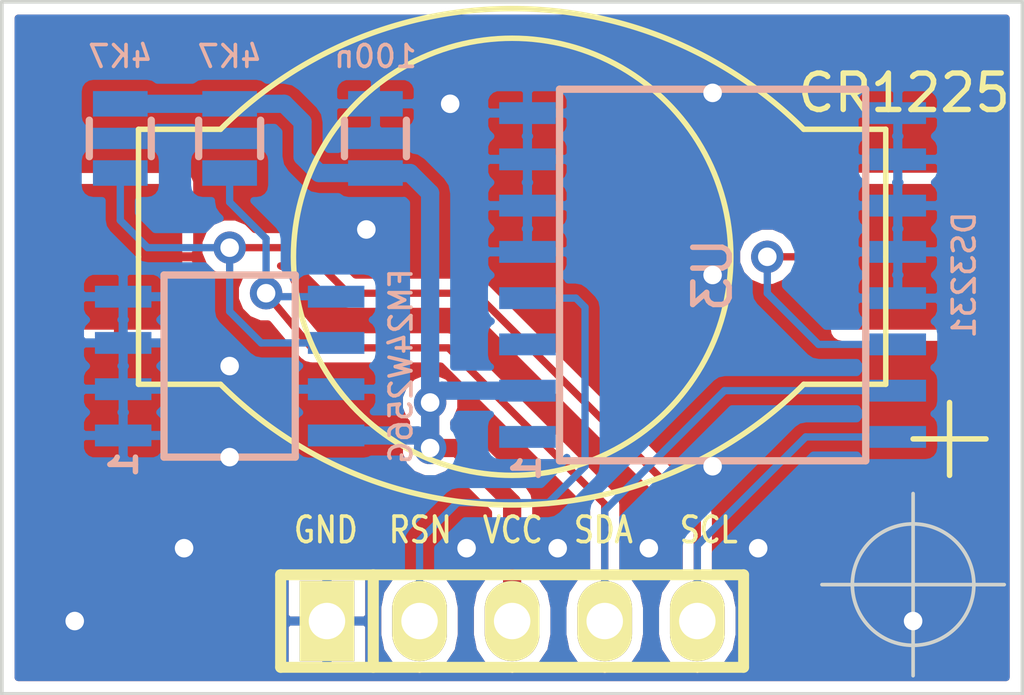
<source format=kicad_pcb>
(kicad_pcb (version 4) (host pcbnew 4.0.7-e1-6374~58~ubuntu14.04.1)

  (general
    (links 29)
    (no_connects 0)
    (area 45.949999 69.411291 74.050001 88.550001)
    (thickness 1.6)
    (drawings 6)
    (tracks 116)
    (zones 0)
    (modules 7)
    (nets 9)
  )

  (page A4)
  (title_block
    (title "RTC and FRAm")
    (date 2017-07-29)
    (rev 1)
    (comment 1 "Copyright © 2017 R Kilvington (eclrpk @ leeds.ac.uk)")
  )

  (layers
    (0 F.Cu signal)
    (31 B.Cu signal hide)
    (36 B.SilkS user)
    (37 F.SilkS user)
    (38 B.Mask user hide)
    (39 F.Mask user hide)
    (40 Dwgs.User user hide)
    (41 Cmts.User user hide)
    (44 Edge.Cuts user)
    (46 B.CrtYd user)
    (47 F.CrtYd user hide)
  )

  (setup
    (last_trace_width 0.2)
    (user_trace_width 0.299)
    (user_trace_width 0.4)
    (user_trace_width 0.5)
    (user_trace_width 0.6)
    (user_trace_width 0.7)
    (user_trace_width 0.8)
    (user_trace_width 0.9)
    (user_trace_width 1)
    (trace_clearance 0.2)
    (zone_clearance 0.3)
    (zone_45_only yes)
    (trace_min 0.2)
    (segment_width 0.2)
    (edge_width 0.1)
    (via_size 0.889)
    (via_drill 0.508)
    (via_min_size 0.889)
    (via_min_drill 0.508)
    (uvia_size 0.508)
    (uvia_drill 0.127)
    (uvias_allowed no)
    (uvia_min_size 0.508)
    (uvia_min_drill 0.127)
    (pcb_text_width 0.3)
    (pcb_text_size 0.8 0.8)
    (mod_edge_width 0.15)
    (mod_text_size 0.8 0.8)
    (mod_text_width 0.15)
    (pad_size 1.7272 1.7272)
    (pad_drill 1.016)
    (pad_to_mask_clearance 0.1)
    (solder_mask_min_width 0.1)
    (aux_axis_origin 60 86.5)
    (grid_origin 46 88.5)
    (visible_elements 7FFDFFFF)
    (pcbplotparams
      (layerselection 0x010f0_80000001)
      (usegerberextensions true)
      (excludeedgelayer true)
      (linewidth 0.100000)
      (plotframeref false)
      (viasonmask false)
      (mode 1)
      (useauxorigin false)
      (hpglpennumber 1)
      (hpglpenspeed 20)
      (hpglpendiameter 15)
      (hpglpenoverlay 2)
      (psnegative false)
      (psa4output false)
      (plotreference false)
      (plotvalue true)
      (plotinvisibletext false)
      (padsonsilk false)
      (subtractmaskfromsilk false)
      (outputformat 1)
      (mirror false)
      (drillshape 0)
      (scaleselection 1)
      (outputdirectory production/))
  )

  (net 0 "")
  (net 1 GND)
  (net 2 +3V3)
  (net 3 SCL-FRAM-RTC)
  (net 4 SDA-FRAM-RTC)
  (net 5 RESET_N)
  (net 6 "Net-(BT1-Pad1)")
  (net 7 "Net-(U3-Pad1)")
  (net 8 "Net-(U3-Pad3)")

  (net_class Default "This is the default net class."
    (clearance 0.2)
    (trace_width 0.2)
    (via_dia 0.889)
    (via_drill 0.508)
    (uvia_dia 0.508)
    (uvia_drill 0.127)
    (add_net GND)
    (add_net "Net-(BT1-Pad1)")
    (add_net "Net-(U3-Pad1)")
    (add_net "Net-(U3-Pad3)")
    (add_net RESET_N)
    (add_net SCL-FRAM-RTC)
    (add_net SDA-FRAM-RTC)
  )

  (net_class 0.5 ""
    (clearance 0.2)
    (trace_width 0.5)
    (via_dia 0.889)
    (via_drill 0.508)
    (uvia_dia 0.508)
    (uvia_drill 0.127)
    (add_net +3V3)
  )

  (net_class 0.6 ""
    (clearance 0.2)
    (trace_width 0.6)
    (via_dia 0.889)
    (via_drill 0.508)
    (uvia_dia 0.508)
    (uvia_drill 0.127)
  )

  (net_class 0.7 ""
    (clearance 0.2)
    (trace_width 0.7)
    (via_dia 0.889)
    (via_drill 0.635)
    (uvia_dia 0.508)
    (uvia_drill 0.127)
  )

  (net_class 1.0 ""
    (clearance 0.2)
    (trace_width 1)
    (via_dia 0.889)
    (via_drill 0.635)
    (uvia_dia 0.508)
    (uvia_drill 0.127)
  )

  (module modules:SO-8 (layer B.Cu) (tedit 59882225) (tstamp 5989E098)
    (at 52.25 79.5 90)
    (path /58DAA8E3)
    (fp_text reference U2 (at 0 0 90) (layer B.SilkS) hide
      (effects (font (size 0.7 0.7) (thickness 0.15)) (justify mirror))
    )
    (fp_text value FM24W256G (at 0 4.7 90) (layer B.SilkS)
      (effects (font (size 0.6 0.6) (thickness 0.1)) (justify mirror))
    )
    (fp_line (start -3 4.2) (end -3 -4.2) (layer B.CrtYd) (width 0.05))
    (fp_line (start 3 4.2) (end 3 -4.2) (layer B.CrtYd) (width 0.05))
    (fp_line (start -2.5 1.8) (end -2.5 -1.8) (layer B.SilkS) (width 0.2))
    (fp_line (start 2.5 1.8) (end 2.5 -1.8) (layer B.SilkS) (width 0.2))
    (fp_line (start -2.5 1.8) (end 2.5 1.8) (layer B.SilkS) (width 0.2))
    (fp_line (start -2.5 -1.8) (end 2.5 -1.8) (layer B.SilkS) (width 0.2))
    (fp_line (start 3 4.2) (end -3 4.2) (layer B.CrtYd) (width 0.05))
    (fp_line (start -3 -4.2) (end 3 -4.2) (layer B.CrtYd) (width 0.05))
    (fp_text user 1 (at -2.7 -2.9 90) (layer B.SilkS)
      (effects (font (size 0.7 0.7) (thickness 0.15)) (justify mirror))
    )
    (pad 1 smd rect (at -1.905 -2.921 90) (size 0.6 1.55) (layers B.Cu B.Mask)
      (net 1 GND))
    (pad 2 smd rect (at -0.635 -2.921 90) (size 0.6 1.55) (layers B.Cu B.Mask)
      (net 1 GND))
    (pad 3 smd rect (at 0.635 -2.921 90) (size 0.6 1.55) (layers B.Cu B.Mask)
      (net 1 GND))
    (pad 4 smd rect (at 1.905 -2.921 90) (size 0.6 1.55) (layers B.Cu B.Mask)
      (net 1 GND))
    (pad 5 smd rect (at 1.905 2.921 90) (size 0.6 1.55) (layers B.Cu B.Mask)
      (net 4 SDA-FRAM-RTC))
    (pad 6 smd rect (at 0.635 2.921 90) (size 0.6 1.55) (layers B.Cu B.Mask)
      (net 3 SCL-FRAM-RTC))
    (pad 7 smd rect (at -0.635 2.921 90) (size 0.6 1.55) (layers B.Cu B.Mask)
      (net 1 GND))
    (pad 8 smd rect (at -1.905 2.921 90) (size 0.6 1.55) (layers B.Cu B.Mask)
      (net 2 +3V3))
    (model Housings_SOIC.3dshapes/SOIC-8_3.9x4.9mm_Pitch1.27mm.wrl
      (at (xyz 0 0 0))
      (scale (xyz 1 1 1))
      (rotate (xyz 0 0 270))
    )
  )

  (module modules:SM0805 (layer B.Cu) (tedit 5989E70D) (tstamp 5989E087)
    (at 52.25 73.25 270)
    (descr "Resistor SMD 0805, reflow soldering, Vishay (see dcrcw.pdf)")
    (tags "resistor 0805")
    (path /58DABB4D)
    (attr smd)
    (fp_text reference R2 (at 0 1.8 270) (layer B.SilkS) hide
      (effects (font (size 0.6 0.6) (thickness 0.1)) (justify mirror))
    )
    (fp_text value 4K7 (at -2.25 0 360) (layer B.SilkS)
      (effects (font (size 0.6 0.6) (thickness 0.1)) (justify mirror))
    )
    (fp_line (start -1.8 1.25) (end -1.8 -1.25) (layer B.CrtYd) (width 0.05))
    (fp_line (start 1.8 1.25) (end 1.8 -1.25) (layer B.CrtYd) (width 0.05))
    (fp_line (start -1.8 -1.25) (end 1.8 -1.25) (layer B.CrtYd) (width 0.05))
    (fp_line (start -1.8 1.25) (end 1.8 1.25) (layer B.CrtYd) (width 0.05))
    (fp_line (start -0.5 -0.85) (end 0.5 -0.85) (layer B.SilkS) (width 0.2))
    (fp_line (start -0.5 0.85) (end 0.5 0.85) (layer B.SilkS) (width 0.2))
    (pad 1 smd rect (at -0.95 0 270) (size 0.7 1.5) (layers B.Cu B.Mask)
      (net 2 +3V3))
    (pad 2 smd rect (at 0.95 0 270) (size 0.7 1.5) (layers B.Cu B.Mask)
      (net 4 SDA-FRAM-RTC))
    (model ${KISYS3DMOD}/Resistors_SMD.3dshapes/R_0805.wrl
      (at (xyz 0 0 0))
      (scale (xyz 1 1 1))
      (rotate (xyz 0 0 0))
    )
  )

  (module modules:SM0805 (layer B.Cu) (tedit 5989E6FA) (tstamp 5989E082)
    (at 49.25 73.25 270)
    (descr "Resistor SMD 0805, reflow soldering, Vishay (see dcrcw.pdf)")
    (tags "resistor 0805")
    (path /58DAB9B2)
    (attr smd)
    (fp_text reference R1 (at 0 1.8 270) (layer B.SilkS) hide
      (effects (font (size 0.6 0.6) (thickness 0.1)) (justify mirror))
    )
    (fp_text value 4K7 (at -2.25 0 360) (layer B.SilkS)
      (effects (font (size 0.6 0.6) (thickness 0.1)) (justify mirror))
    )
    (fp_line (start -1.8 1.25) (end -1.8 -1.25) (layer B.CrtYd) (width 0.05))
    (fp_line (start 1.8 1.25) (end 1.8 -1.25) (layer B.CrtYd) (width 0.05))
    (fp_line (start -1.8 -1.25) (end 1.8 -1.25) (layer B.CrtYd) (width 0.05))
    (fp_line (start -1.8 1.25) (end 1.8 1.25) (layer B.CrtYd) (width 0.05))
    (fp_line (start -0.5 -0.85) (end 0.5 -0.85) (layer B.SilkS) (width 0.2))
    (fp_line (start -0.5 0.85) (end 0.5 0.85) (layer B.SilkS) (width 0.2))
    (pad 1 smd rect (at -0.95 0 270) (size 0.7 1.5) (layers B.Cu B.Mask)
      (net 2 +3V3))
    (pad 2 smd rect (at 0.95 0 270) (size 0.7 1.5) (layers B.Cu B.Mask)
      (net 3 SCL-FRAM-RTC))
    (model ${KISYS3DMOD}/Resistors_SMD.3dshapes/R_0805.wrl
      (at (xyz 0 0 0))
      (scale (xyz 1 1 1))
      (rotate (xyz 0 0 0))
    )
  )

  (module modules:SM0805 (layer B.Cu) (tedit 5989E708) (tstamp 5989E078)
    (at 56.25 73.25 90)
    (descr "Resistor SMD 0805, reflow soldering, Vishay (see dcrcw.pdf)")
    (tags "resistor 0805")
    (path /58DC1F2D)
    (attr smd)
    (fp_text reference C1 (at 0 1.8 90) (layer B.SilkS) hide
      (effects (font (size 0.6 0.6) (thickness 0.1)) (justify mirror))
    )
    (fp_text value 100n (at 2.25 0 180) (layer B.SilkS)
      (effects (font (size 0.6 0.6) (thickness 0.1)) (justify mirror))
    )
    (fp_line (start -1.8 1.25) (end -1.8 -1.25) (layer B.CrtYd) (width 0.05))
    (fp_line (start 1.8 1.25) (end 1.8 -1.25) (layer B.CrtYd) (width 0.05))
    (fp_line (start -1.8 -1.25) (end 1.8 -1.25) (layer B.CrtYd) (width 0.05))
    (fp_line (start -1.8 1.25) (end 1.8 1.25) (layer B.CrtYd) (width 0.05))
    (fp_line (start -0.5 -0.85) (end 0.5 -0.85) (layer B.SilkS) (width 0.2))
    (fp_line (start -0.5 0.85) (end 0.5 0.85) (layer B.SilkS) (width 0.2))
    (pad 1 smd rect (at -0.95 0 90) (size 0.7 1.5) (layers B.Cu B.Mask)
      (net 2 +3V3))
    (pad 2 smd rect (at 0.95 0 90) (size 0.7 1.5) (layers B.Cu B.Mask)
      (net 1 GND))
    (model ${KISYS3DMOD}/Resistors_SMD.3dshapes/R_0805.wrl
      (at (xyz 0 0 0))
      (scale (xyz 1 1 1))
      (rotate (xyz 0 0 0))
    )
  )

  (module modules:SO-16-W (layer B.Cu) (tedit 59877235) (tstamp 59875CD3)
    (at 65.5 77 90)
    (descr "Module CMS SOJ 16 pins tres large")
    (tags "CMS SOJ")
    (path /597E2B59)
    (attr smd)
    (fp_text reference U3 (at 0 0 90) (layer B.SilkS)
      (effects (font (size 1 1) (thickness 0.15)) (justify mirror))
    )
    (fp_text value DS3231 (at 0 6.9 90) (layer B.SilkS)
      (effects (font (size 0.6 0.6) (thickness 0.1)) (justify mirror))
    )
    (fp_line (start -5.6 -6.4) (end 5.6 -6.4) (layer B.CrtYd) (width 0.05))
    (fp_line (start -5.6 6.4) (end 5.6 6.4) (layer B.CrtYd) (width 0.05))
    (fp_line (start -5.6 6.4) (end -5.6 -6.4) (layer B.CrtYd) (width 0.05))
    (fp_line (start 5.6 6.4) (end 5.6 -6.4) (layer B.CrtYd) (width 0.05))
    (fp_line (start -5.1 4.2) (end 5.1 4.2) (layer B.SilkS) (width 0.2))
    (fp_line (start -5.1 0) (end -5.1 4.2) (layer B.SilkS) (width 0.2))
    (fp_line (start -5.1 -4.2) (end 5.1 -4.2) (layer B.SilkS) (width 0.2))
    (fp_line (start -5.1 0) (end -5.1 -4.2) (layer B.SilkS) (width 0.2))
    (fp_line (start 5.1 0) (end 5.1 4.2) (layer B.SilkS) (width 0.2))
    (fp_line (start 5.1 0) (end 5.1 -4.2) (layer B.SilkS) (width 0.2))
    (fp_text user 1 (at -5.3 -5.1 90) (layer B.SilkS)
      (effects (font (size 0.7 0.7) (thickness 0.15)) (justify mirror))
    )
    (pad 9 smd rect (at 4.445 5.08 90) (size 0.6 1.55) (layers B.Cu B.Mask)
      (net 1 GND))
    (pad 10 smd rect (at 3.175 5.08 90) (size 0.6 1.55) (layers B.Cu B.Mask)
      (net 1 GND))
    (pad 11 smd rect (at 1.905 5.08 90) (size 0.6 1.55) (layers B.Cu B.Mask)
      (net 1 GND))
    (pad 12 smd rect (at 0.635 5.08 90) (size 0.6 1.55) (layers B.Cu B.Mask)
      (net 1 GND))
    (pad 13 smd rect (at -0.635 5.08 90) (size 0.6 1.55) (layers B.Cu B.Mask)
      (net 1 GND))
    (pad 14 smd rect (at -1.905 5.08 90) (size 0.6 1.55) (layers B.Cu B.Mask)
      (net 6 "Net-(BT1-Pad1)"))
    (pad 15 smd rect (at -3.175 5.08 90) (size 0.6 1.55) (layers B.Cu B.Mask)
      (net 4 SDA-FRAM-RTC))
    (pad 16 smd rect (at -4.445 5.08 90) (size 0.6 1.55) (layers B.Cu B.Mask)
      (net 3 SCL-FRAM-RTC))
    (pad 8 smd rect (at 4.445 -5.08 90) (size 0.6 1.55) (layers B.Cu B.Mask)
      (net 1 GND))
    (pad 7 smd rect (at 3.175 -5.08 90) (size 0.6 1.55) (layers B.Cu B.Mask)
      (net 1 GND))
    (pad 6 smd rect (at 1.905 -5.08 90) (size 0.6 1.55) (layers B.Cu B.Mask)
      (net 1 GND))
    (pad 5 smd rect (at 0.635 -5.08 90) (size 0.6 1.55) (layers B.Cu B.Mask)
      (net 1 GND))
    (pad 4 smd rect (at -0.635 -5.08 90) (size 0.6 1.55) (layers B.Cu B.Mask)
      (net 5 RESET_N))
    (pad 3 smd rect (at -1.905 -5.08 90) (size 0.6 1.55) (layers B.Cu B.Mask)
      (net 8 "Net-(U3-Pad3)"))
    (pad 2 smd rect (at -3.175 -5.08 90) (size 0.6 1.55) (layers B.Cu B.Mask)
      (net 2 +3V3))
    (pad 1 smd rect (at -4.445 -5.08 90) (size 0.6 1.55) (layers B.Cu B.Mask)
      (net 7 "Net-(U3-Pad1)"))
    (model SMD_Packages.3dshapes/SO-16-W.wrl
      (at (xyz 0 0 0))
      (scale (xyz 0.5 0.6 0.5))
      (rotate (xyz 0 0 0))
    )
  )

  (module modules:Renata_SMTU1225-LF locked (layer F.Cu) (tedit 597D8574) (tstamp 597CED66)
    (at 60 76.5 180)
    (path /597A2EC4)
    (fp_text reference BT1 (at 9.25 4.5 180) (layer F.SilkS) hide
      (effects (font (size 1 1) (thickness 0.15)))
    )
    (fp_text value CR1225 (at -10.75 4.5 180) (layer F.SilkS)
      (effects (font (size 1 1) (thickness 0.15)))
    )
    (fp_line (start -12 -4) (end -12 -6) (layer F.SilkS) (width 0.15))
    (fp_line (start -13 -5) (end -11 -5) (layer F.SilkS) (width 0.15))
    (fp_arc (start 0 -4.5) (end 8 3.5) (angle 90) (layer F.SilkS) (width 0.15))
    (fp_circle (center 0 0) (end 6 0) (layer F.SilkS) (width 0.15))
    (fp_arc (start 0 4.5) (end -8 -3.5) (angle 90) (layer F.SilkS) (width 0.15))
    (fp_line (start 8 3.5) (end 10.25 3.5) (layer F.SilkS) (width 0.15))
    (fp_line (start -10.25 3.5) (end -8 3.5) (layer F.SilkS) (width 0.15))
    (fp_line (start 8 -3.5) (end 10.25 -3.5) (layer F.SilkS) (width 0.15))
    (fp_line (start -10.25 -3.5) (end -8 -3.5) (layer F.SilkS) (width 0.15))
    (fp_line (start -10.25 -3.5) (end -10.25 0) (layer F.SilkS) (width 0.15))
    (fp_line (start 10.25 0) (end 10.25 3.5) (layer F.SilkS) (width 0.15))
    (fp_line (start -10.25 0) (end -10.25 3.5) (layer F.SilkS) (width 0.15))
    (fp_line (start 10.25 0) (end 10.25 -3.5) (layer F.SilkS) (width 0.15))
    (pad 2 smd rect (at 10.8 0 180) (size 3.5 4) (layers F.Cu F.Mask)
      (net 1 GND))
    (pad 1 smd rect (at -10.8 0 180) (size 3.5 4) (layers F.Cu F.Mask)
      (net 6 "Net-(BT1-Pad1)"))
  )

  (module modules:pin_strip_5 (layer F.Cu) (tedit 597CEEC4) (tstamp 597CEAF7)
    (at 60 86.5)
    (descr "Pin strip 9pin")
    (tags "CONN DEV")
    (path /597C9E4D)
    (fp_text reference J1 (at -7.112 -0.508) (layer F.SilkS) hide
      (effects (font (size 0.6 0.6) (thickness 0.1)))
    )
    (fp_text value CONN_01X05 (at -9.652 0.762) (layer F.SilkS) hide
      (effects (font (size 0.6 0.6) (thickness 0.1)))
    )
    (fp_line (start -6.35 -1.27) (end 6.35 -1.27) (layer F.SilkS) (width 0.3))
    (fp_line (start -6.35 1.27) (end 6.35 1.27) (layer F.SilkS) (width 0.3))
    (fp_line (start 6.35 -1.27) (end 6.35 1.27) (layer F.SilkS) (width 0.3))
    (fp_line (start -3.81 -1.27) (end -3.81 1.27) (layer F.SilkS) (width 0.3048))
    (fp_line (start -6.35 1.27) (end -6.35 -1.27) (layer F.SilkS) (width 0.3048))
    (pad 1 thru_hole rect (at -5.08 0) (size 1.5 2.2) (drill 1) (layers *.Cu *.Mask F.SilkS)
      (net 1 GND))
    (pad 2 thru_hole oval (at -2.54 0) (size 1.5 2.2) (drill 1) (layers *.Cu *.Mask F.SilkS)
      (net 5 RESET_N))
    (pad 3 thru_hole oval (at 0 0) (size 1.5 2.2) (drill 1) (layers *.Cu *.Mask F.SilkS)
      (net 2 +3V3))
    (pad 4 thru_hole oval (at 2.54 0) (size 1.5 2.2) (drill 1) (layers *.Cu *.Mask F.SilkS)
      (net 4 SDA-FRAM-RTC))
    (pad 5 thru_hole oval (at 5.08 0) (size 1.5 2.2) (drill 1) (layers *.Cu *.Mask F.SilkS)
      (net 3 SCL-FRAM-RTC))
    (model Pin_Headers.3dshapes/Pin_Header_Angled_1x05_Pitch2.54mm.wrl
      (at (xyz 0 0 0))
      (scale (xyz 1 1 1))
      (rotate (xyz 180 0 0))
    )
  )

  (gr_line (start 46 69.5) (end 46 88.5) (angle 90) (layer Edge.Cuts) (width 0.1))
  (gr_line (start 74 69.5) (end 74 88.5) (angle 90) (layer Edge.Cuts) (width 0.1))
  (gr_line (start 46 69.5) (end 74 69.5) (angle 90) (layer Edge.Cuts) (width 0.1))
  (gr_text "GND  RSN  VCC  SDA   SCL" (at 60.1 84) (layer F.SilkS)
    (effects (font (size 0.7 0.57) (thickness 0.1)))
  )
  (target plus (at 71 85.5) (size 5) (width 0.1) (layer Edge.Cuts))
  (gr_line (start 46 88.5) (end 74 88.5) (angle 90) (layer Edge.Cuts) (width 0.1))

  (segment (start 66.75 84.5) (end 67.75 85.5) (width 0.2) (layer B.Cu) (net 1))
  (via (at 66.75 84.5) (size 0.889) (drill 0.508) (layers F.Cu B.Cu) (net 1))
  (segment (start 66.75 83.5) (end 66.75 84.5) (width 0.2) (layer F.Cu) (net 1) (tstamp 5988B9C8))
  (segment (start 65.5 82.25) (end 66.75 83.5) (width 0.2) (layer F.Cu) (net 1))
  (via (at 71 86.5) (size 0.889) (drill 0.508) (layers F.Cu B.Cu) (net 1))
  (segment (start 67.75 85.5) (end 71 86.5) (width 0.2) (layer B.Cu) (net 1) (tstamp 59936191))
  (segment (start 51 84.5) (end 49 86.5) (width 0.2) (layer F.Cu) (net 1))
  (via (at 51 84.5) (size 0.889) (drill 0.508) (layers F.Cu B.Cu) (net 1))
  (via (at 48 86.5) (size 0.889) (drill 0.508) (layers F.Cu B.Cu) (net 1))
  (segment (start 49 86.5) (end 48 86.5) (width 0.2) (layer F.Cu) (net 1) (tstamp 5993614A))
  (segment (start 58.3 72.3) (end 54.45 72.3) (width 0.2) (layer F.Cu) (net 1))
  (via (at 58.3 72.3) (size 0.889) (drill 0.508) (layers F.Cu B.Cu) (net 1))
  (via (at 56 75.75) (size 0.889) (drill 0.508) (layers F.Cu B.Cu) (net 1))
  (segment (start 54.25 72.5) (end 56 75.75) (width 0.2) (layer F.Cu) (net 1) (tstamp 5989F1D8))
  (segment (start 54.45 72.3) (end 54.25 72.5) (width 0.2) (layer F.Cu) (net 1) (tstamp 5989F1D6))
  (segment (start 58.3 72.3) (end 58.555 72.555) (width 0.2) (layer B.Cu) (net 1))
  (segment (start 56.25 72.3) (end 58.3 72.3) (width 0.2) (layer B.Cu) (net 1))
  (segment (start 58.555 72.555) (end 60.42 72.555) (width 0.2) (layer B.Cu) (net 1) (tstamp 5989F1A1))
  (segment (start 65.5 77) (end 65.5 72) (width 0.2) (layer F.Cu) (net 1))
  (via (at 65.5 72) (size 0.889) (drill 0.508) (layers F.Cu B.Cu) (net 1))
  (segment (start 52.25 82) (end 52.25 79.5) (width 0.2) (layer F.Cu) (net 1))
  (via (at 52.25 79.5) (size 0.889) (drill 0.508) (layers F.Cu B.Cu) (net 1))
  (segment (start 52.25 79.5) (end 52.25 80.135) (width 0.2) (layer B.Cu) (net 1))
  (via (at 52.25 82) (size 0.889) (drill 0.508) (layers F.Cu B.Cu) (net 1))
  (segment (start 51 84.5) (end 49.329 82.829) (width 0.2) (layer B.Cu) (net 1))
  (segment (start 49.329 82.829) (end 49.329 81.405) (width 0.2) (layer B.Cu) (net 1) (tstamp 5988BB19))
  (segment (start 54.92 86.5) (end 53 86.5) (width 0.2) (layer B.Cu) (net 1))
  (segment (start 53 86.5) (end 51 84.5) (width 0.2) (layer B.Cu) (net 1) (tstamp 5988BAEF))
  (segment (start 65.5 77) (end 65.5 82.25) (width 0.2) (layer F.Cu) (net 1))
  (via (at 65.5 82.25) (size 0.889) (drill 0.508) (layers F.Cu B.Cu) (net 1))
  (segment (start 65.5 82.25) (end 63.75 84) (width 0.2) (layer B.Cu) (net 1) (tstamp 5988B9BB))
  (segment (start 63.75 84) (end 63.75 84.5) (width 0.2) (layer B.Cu) (net 1) (tstamp 5988B9BC))
  (via (at 63.75 84.5) (size 0.889) (drill 0.508) (layers F.Cu B.Cu) (net 1))
  (segment (start 65.5 73.825) (end 65.5 77) (width 0.2) (layer B.Cu) (net 1))
  (via (at 65.5 77) (size 0.889) (drill 0.508) (layers F.Cu B.Cu) (net 1))
  (segment (start 58.75 84.5) (end 55.5 84.5) (width 0.2) (layer F.Cu) (net 1))
  (via (at 58.75 84.5) (size 0.889) (drill 0.508) (layers F.Cu B.Cu) (net 1))
  (segment (start 58.75 84.5) (end 61.25 84.5) (width 0.2) (layer B.Cu) (net 1) (tstamp 5988B86D))
  (via (at 61.25 84.5) (size 0.889) (drill 0.508) (layers F.Cu B.Cu) (net 1))
  (segment (start 54.92 86.5) (end 54.92 85.08) (width 0.2) (layer F.Cu) (net 1))
  (segment (start 54.92 85.08) (end 55.5 84.5) (width 0.2) (layer F.Cu) (net 1) (tstamp 5988B835))
  (segment (start 60.42 73.825) (end 65.5 73.825) (width 0.2) (layer B.Cu) (net 1))
  (segment (start 65.5 73.825) (end 70.58 73.825) (width 0.2) (layer B.Cu) (net 1) (tstamp 5988B8DD))
  (segment (start 49.329 80.135) (end 52.25 80.135) (width 0.2) (layer B.Cu) (net 1))
  (segment (start 52.25 80.135) (end 55.171 80.135) (width 0.2) (layer B.Cu) (net 1) (tstamp 5988B8F7))
  (segment (start 49.329 77.595) (end 49.329 78.865) (width 0.2) (layer B.Cu) (net 1))
  (segment (start 49.329 78.865) (end 49.329 80.135) (width 0.2) (layer B.Cu) (net 1) (tstamp 5988B2CE))
  (segment (start 49.329 80.135) (end 49.329 81.405) (width 0.2) (layer B.Cu) (net 1) (tstamp 5988B2CF))
  (segment (start 60.42 72.555) (end 60.42 73.825) (width 0.2) (layer B.Cu) (net 1))
  (segment (start 60.42 73.825) (end 60.42 75.095) (width 0.2) (layer B.Cu) (net 1) (tstamp 5988B2C7))
  (segment (start 60.42 75.095) (end 60.42 76.365) (width 0.2) (layer B.Cu) (net 1) (tstamp 5988B2C8))
  (segment (start 70.58 73.825) (end 70.58 75.095) (width 0.2) (layer B.Cu) (net 1) (tstamp 598787AF))
  (segment (start 70.58 76.365) (end 70.58 77.635) (width 0.2) (layer B.Cu) (net 1) (tstamp 598787B2))
  (segment (start 70.58 72.555) (end 70.58 73.825) (width 0.2) (layer B.Cu) (net 1))
  (segment (start 70.58 75.095) (end 70.58 76.365) (width 0.2) (layer B.Cu) (net 1) (tstamp 598787B0))
  (segment (start 56.25 74.2) (end 54.7 74.2) (width 0.5) (layer B.Cu) (net 2))
  (segment (start 54.25 72.8) (end 53.75 72.3) (width 0.5) (layer B.Cu) (net 2) (tstamp 5989F1C6))
  (segment (start 54.25 73.75) (end 54.25 72.8) (width 0.5) (layer B.Cu) (net 2) (tstamp 5989F1C1))
  (segment (start 54.7 74.2) (end 54.25 73.75) (width 0.5) (layer B.Cu) (net 2) (tstamp 5989F1BC))
  (segment (start 56.25 74.2) (end 57.2 74.2) (width 0.5) (layer B.Cu) (net 2))
  (segment (start 57.75 77) (end 57.75 80.5) (width 0.5) (layer B.Cu) (net 2))
  (segment (start 57.75 74.75) (end 57.75 77) (width 0.5) (layer B.Cu) (net 2) (tstamp 5989F122))
  (segment (start 57.2 74.2) (end 57.75 74.75) (width 0.5) (layer B.Cu) (net 2) (tstamp 5989F119))
  (segment (start 53.75 72.3) (end 52.25 72.3) (width 0.5) (layer B.Cu) (net 2) (tstamp 5989E861))
  (segment (start 49.25 72.3) (end 52.25 72.3) (width 0.5) (layer B.Cu) (net 2))
  (segment (start 60.42 80.175) (end 58.075 80.175) (width 0.5) (layer B.Cu) (net 2))
  (segment (start 58.075 80.175) (end 57.75 80.5) (width 0.5) (layer B.Cu) (net 2) (tstamp 5988BCE1))
  (segment (start 55.171 81.405) (end 57.405 81.405) (width 0.5) (layer B.Cu) (net 2))
  (segment (start 57.405 81.405) (end 57.75 81.75) (width 0.5) (layer B.Cu) (net 2) (tstamp 5988BCDD))
  (segment (start 60 86.5) (end 60 83.25) (width 0.5) (layer F.Cu) (net 2))
  (segment (start 60 83.25) (end 58.5 81.75) (width 0.5) (layer F.Cu) (net 2) (tstamp 5988BCB9))
  (segment (start 58.5 81.75) (end 57.75 81.75) (width 0.5) (layer F.Cu) (net 2) (tstamp 5988BCC3))
  (via (at 57.75 80.5) (size 0.889) (drill 0.508) (layers F.Cu B.Cu) (net 2))
  (segment (start 57.75 80.5) (end 57.75 81.75) (width 0.5) (layer B.Cu) (net 2))
  (segment (start 57.75 80.5) (end 57.75 81.75) (width 0.5) (layer F.Cu) (net 2))
  (via (at 57.75 81.75) (size 0.889) (drill 0.508) (layers F.Cu B.Cu) (net 2))
  (segment (start 52.25 76.25) (end 52.25 78) (width 0.2) (layer B.Cu) (net 3))
  (segment (start 53.115 78.865) (end 55.171 78.865) (width 0.2) (layer B.Cu) (net 3) (tstamp 5989F509))
  (segment (start 52.25 78) (end 53.115 78.865) (width 0.2) (layer B.Cu) (net 3) (tstamp 5989F504))
  (segment (start 49.25 74.2) (end 49.25 75.5) (width 0.2) (layer B.Cu) (net 3))
  (segment (start 49.25 75.5) (end 50 76.25) (width 0.2) (layer B.Cu) (net 3) (tstamp 5988B58A))
  (segment (start 50 76.25) (end 52.25 76.25) (width 0.2) (layer B.Cu) (net 3) (tstamp 5988B594))
  (segment (start 54.25 76.25) (end 55.5 77.5) (width 0.2) (layer F.Cu) (net 3))
  (segment (start 55.5 77.5) (end 59 77.5) (width 0.2) (layer F.Cu) (net 3) (tstamp 5988BE86))
  (segment (start 65.08 86.5) (end 65.08 84.42) (width 0.2) (layer B.Cu) (net 3))
  (segment (start 65.08 84.42) (end 68.055 81.445) (width 0.2) (layer B.Cu) (net 3) (tstamp 5988B8AA))
  (via (at 52.25 76.25) (size 0.889) (drill 0.508) (layers F.Cu B.Cu) (net 3))
  (segment (start 52.25 76.25) (end 54.25 76.25) (width 0.2) (layer F.Cu) (net 3) (tstamp 5988B639))
  (segment (start 59 77.5) (end 65.08 83.58) (width 0.2) (layer F.Cu) (net 3) (tstamp 5988BE8C))
  (segment (start 65.08 83.58) (end 65.08 86.5) (width 0.2) (layer F.Cu) (net 3) (tstamp 5988B645))
  (segment (start 70.58 81.445) (end 68.055 81.445) (width 0.2) (layer B.Cu) (net 3))
  (segment (start 53.25 77.5) (end 53.345 77.595) (width 0.2) (layer B.Cu) (net 4))
  (segment (start 53.345 77.595) (end 55.171 77.595) (width 0.2) (layer B.Cu) (net 4) (tstamp 5989F4FD))
  (segment (start 52.25 74.2) (end 52.25 75) (width 0.2) (layer B.Cu) (net 4))
  (segment (start 53.25 76) (end 53.25 77.5) (width 0.2) (layer B.Cu) (net 4) (tstamp 5989F4D5))
  (segment (start 52.25 75) (end 53.25 76) (width 0.2) (layer B.Cu) (net 4) (tstamp 5989F4D3))
  (via (at 53.25 77.5) (size 0.889) (drill 0.508) (layers F.Cu B.Cu) (net 4))
  (segment (start 53.25 77.5) (end 54.5 79) (width 0.2) (layer F.Cu) (net 4) (tstamp 5988B512))
  (segment (start 54.5 79) (end 58.25 79) (width 0.2) (layer F.Cu) (net 4) (tstamp 5988B513))
  (segment (start 58.25 79) (end 62.54 83.29) (width 0.2) (layer F.Cu) (net 4) (tstamp 5988B51C))
  (segment (start 62.54 83.29) (end 62.54 86.5) (width 0.2) (layer F.Cu) (net 4) (tstamp 5988B523))
  (segment (start 70.58 80.175) (end 65.825 80.175) (width 0.2) (layer B.Cu) (net 4))
  (segment (start 65.825 80.175) (end 62.54 83.46) (width 0.2) (layer B.Cu) (net 4) (tstamp 598787FA))
  (segment (start 62.54 83.46) (end 62.54 86.5) (width 0.2) (layer B.Cu) (net 4) (tstamp 59878800))
  (segment (start 61.75 77.635) (end 62 77.885) (width 0.2) (layer B.Cu) (net 5))
  (segment (start 60.42 77.635) (end 61.75 77.635) (width 0.2) (layer B.Cu) (net 5))
  (segment (start 57.46 86.5) (end 57.46 84.29) (width 0.2) (layer B.Cu) (net 5))
  (segment (start 58.5 83.25) (end 61 83.25) (width 0.2) (layer B.Cu) (net 5) (tstamp 5988B17F))
  (segment (start 57.46 84.29) (end 58.5 83.25) (width 0.2) (layer B.Cu) (net 5) (tstamp 5988B178))
  (segment (start 62 82.25) (end 61 83.25) (width 0.2) (layer B.Cu) (net 5) (tstamp 5988B169))
  (segment (start 62 77.885) (end 62 82.25) (width 0.2) (layer B.Cu) (net 5) (tstamp 5988BC33))
  (segment (start 68.405 78.905) (end 70.58 78.905) (width 0.2) (layer B.Cu) (net 6) (tstamp 59878946))
  (segment (start 67 77.5) (end 68.405 78.905) (width 0.2) (layer B.Cu) (net 6) (tstamp 59878942))
  (segment (start 67 76.5) (end 67 77.5) (width 0.2) (layer B.Cu) (net 6) (tstamp 59878941))
  (segment (start 70.8 76.5) (end 67 76.5) (width 0.2) (layer F.Cu) (net 6))
  (via (at 67 76.5) (size 0.889) (drill 0.508) (layers F.Cu B.Cu) (net 6))

  (zone (net 1) (net_name GND) (layer B.Cu) (tstamp 597CD8F2) (hatch edge 0.508)
    (connect_pads (clearance 0.3))
    (min_thickness 0.2)
    (fill yes (arc_segments 16) (thermal_gap 0.3) (thermal_bridge_width 0.25))
    (polygon
      (pts
        (xy 46 69.5) (xy 46 88.5) (xy 74 88.5) (xy 74 69.5)
      )
    )
    (filled_polygon
      (pts
        (xy 73.55 88.05) (xy 46.45 88.05) (xy 46.45 86.625) (xy 53.77 86.625) (xy 53.77 87.679565)
        (xy 53.830896 87.826582) (xy 53.943418 87.939104) (xy 54.090435 88) (xy 54.795 88) (xy 54.895 87.9)
        (xy 54.895 86.525) (xy 54.945 86.525) (xy 54.945 87.9) (xy 55.045 88) (xy 55.749565 88)
        (xy 55.896582 87.939104) (xy 56.009104 87.826582) (xy 56.07 87.679565) (xy 56.07 86.625) (xy 55.97 86.525)
        (xy 54.945 86.525) (xy 54.895 86.525) (xy 53.87 86.525) (xy 53.77 86.625) (xy 46.45 86.625)
        (xy 46.45 85.320435) (xy 53.77 85.320435) (xy 53.77 86.375) (xy 53.87 86.475) (xy 54.895 86.475)
        (xy 54.895 85.1) (xy 54.945 85.1) (xy 54.945 86.475) (xy 55.97 86.475) (xy 56.07 86.375)
        (xy 56.07 85.320435) (xy 56.009104 85.173418) (xy 55.896582 85.060896) (xy 55.749565 85) (xy 55.045 85)
        (xy 54.945 85.1) (xy 54.895 85.1) (xy 54.795 85) (xy 54.090435 85) (xy 53.943418 85.060896)
        (xy 53.830896 85.173418) (xy 53.77 85.320435) (xy 46.45 85.320435) (xy 46.45 81.53) (xy 48.154 81.53)
        (xy 48.154 81.784565) (xy 48.214896 81.931582) (xy 48.327418 82.044104) (xy 48.474435 82.105) (xy 49.204 82.105)
        (xy 49.304 82.005) (xy 49.304 81.43) (xy 49.354 81.43) (xy 49.354 82.005) (xy 49.454 82.105)
        (xy 50.183565 82.105) (xy 50.330582 82.044104) (xy 50.443104 81.931582) (xy 50.504 81.784565) (xy 50.504 81.53)
        (xy 50.404 81.43) (xy 49.354 81.43) (xy 49.304 81.43) (xy 48.254 81.43) (xy 48.154 81.53)
        (xy 46.45 81.53) (xy 46.45 80.26) (xy 48.154 80.26) (xy 48.154 80.514565) (xy 48.214896 80.661582)
        (xy 48.323314 80.77) (xy 48.214896 80.878418) (xy 48.154 81.025435) (xy 48.154 81.28) (xy 48.254 81.38)
        (xy 49.304 81.38) (xy 49.304 80.805) (xy 49.269 80.77) (xy 49.304 80.735) (xy 49.304 80.16)
        (xy 49.354 80.16) (xy 49.354 80.735) (xy 49.389 80.77) (xy 49.354 80.805) (xy 49.354 81.38)
        (xy 50.404 81.38) (xy 50.504 81.28) (xy 50.504 81.025435) (xy 50.443104 80.878418) (xy 50.334686 80.77)
        (xy 50.443104 80.661582) (xy 50.504 80.514565) (xy 50.504 80.26) (xy 50.404 80.16) (xy 49.354 80.16)
        (xy 49.304 80.16) (xy 48.254 80.16) (xy 48.154 80.26) (xy 46.45 80.26) (xy 46.45 78.99)
        (xy 48.154 78.99) (xy 48.154 79.244565) (xy 48.214896 79.391582) (xy 48.323314 79.5) (xy 48.214896 79.608418)
        (xy 48.154 79.755435) (xy 48.154 80.01) (xy 48.254 80.11) (xy 49.304 80.11) (xy 49.304 79.535)
        (xy 49.269 79.5) (xy 49.304 79.465) (xy 49.304 78.89) (xy 49.354 78.89) (xy 49.354 79.465)
        (xy 49.389 79.5) (xy 49.354 79.535) (xy 49.354 80.11) (xy 50.404 80.11) (xy 50.504 80.01)
        (xy 50.504 79.755435) (xy 50.443104 79.608418) (xy 50.334686 79.5) (xy 50.443104 79.391582) (xy 50.504 79.244565)
        (xy 50.504 78.99) (xy 50.404 78.89) (xy 49.354 78.89) (xy 49.304 78.89) (xy 48.254 78.89)
        (xy 48.154 78.99) (xy 46.45 78.99) (xy 46.45 77.72) (xy 48.154 77.72) (xy 48.154 77.974565)
        (xy 48.214896 78.121582) (xy 48.323314 78.23) (xy 48.214896 78.338418) (xy 48.154 78.485435) (xy 48.154 78.74)
        (xy 48.254 78.84) (xy 49.304 78.84) (xy 49.304 78.265) (xy 49.269 78.23) (xy 49.304 78.195)
        (xy 49.304 77.62) (xy 49.354 77.62) (xy 49.354 78.195) (xy 49.389 78.23) (xy 49.354 78.265)
        (xy 49.354 78.84) (xy 50.404 78.84) (xy 50.504 78.74) (xy 50.504 78.485435) (xy 50.443104 78.338418)
        (xy 50.334686 78.23) (xy 50.443104 78.121582) (xy 50.504 77.974565) (xy 50.504 77.72) (xy 50.404 77.62)
        (xy 49.354 77.62) (xy 49.304 77.62) (xy 48.254 77.62) (xy 48.154 77.72) (xy 46.45 77.72)
        (xy 46.45 77.215435) (xy 48.154 77.215435) (xy 48.154 77.47) (xy 48.254 77.57) (xy 49.304 77.57)
        (xy 49.304 76.995) (xy 49.354 76.995) (xy 49.354 77.57) (xy 50.404 77.57) (xy 50.504 77.47)
        (xy 50.504 77.215435) (xy 50.443104 77.068418) (xy 50.330582 76.955896) (xy 50.183565 76.895) (xy 49.454 76.895)
        (xy 49.354 76.995) (xy 49.304 76.995) (xy 49.204 76.895) (xy 48.474435 76.895) (xy 48.327418 76.955896)
        (xy 48.214896 77.068418) (xy 48.154 77.215435) (xy 46.45 77.215435) (xy 46.45 73.85) (xy 48.092164 73.85)
        (xy 48.092164 74.55) (xy 48.120056 74.698231) (xy 48.20766 74.834372) (xy 48.341329 74.925704) (xy 48.5 74.957836)
        (xy 48.75 74.957836) (xy 48.75 75.5) (xy 48.78096 75.655647) (xy 48.78806 75.691342) (xy 48.896447 75.853553)
        (xy 49.646446 76.603553) (xy 49.743972 76.668718) (xy 49.808658 76.71194) (xy 50 76.75) (xy 51.555865 76.75)
        (xy 51.75 76.944474) (xy 51.75 78) (xy 51.78282 78.165) (xy 51.78806 78.191342) (xy 51.896447 78.353553)
        (xy 52.761447 79.218554) (xy 52.858686 79.283526) (xy 52.923658 79.32694) (xy 53.115 79.365) (xy 54.049368 79.365)
        (xy 54.10366 79.449372) (xy 54.17087 79.495295) (xy 54.169418 79.495896) (xy 54.056896 79.608418) (xy 53.996 79.755435)
        (xy 53.996 80.01) (xy 54.096 80.11) (xy 55.146 80.11) (xy 55.146 80.09) (xy 55.196 80.09)
        (xy 55.196 80.11) (xy 56.246 80.11) (xy 56.346 80.01) (xy 56.346 79.755435) (xy 56.285104 79.608418)
        (xy 56.172582 79.495896) (xy 56.171287 79.49536) (xy 56.230372 79.45734) (xy 56.321704 79.323671) (xy 56.353836 79.165)
        (xy 56.353836 78.565) (xy 56.325944 78.416769) (xy 56.23834 78.280628) (xy 56.164162 78.229945) (xy 56.230372 78.18734)
        (xy 56.321704 78.053671) (xy 56.353836 77.895) (xy 56.353836 77.295) (xy 56.325944 77.146769) (xy 56.23834 77.010628)
        (xy 56.104671 76.919296) (xy 55.946 76.887164) (xy 54.396 76.887164) (xy 54.247769 76.915056) (xy 54.111628 77.00266)
        (xy 54.048535 77.095) (xy 53.996408 77.095) (xy 53.96635 77.022254) (xy 53.75 76.805526) (xy 53.75 76)
        (xy 53.71194 75.808658) (xy 53.65664 75.725896) (xy 53.603554 75.646447) (xy 52.914942 74.957836) (xy 53 74.957836)
        (xy 53.148231 74.929944) (xy 53.284372 74.84234) (xy 53.375704 74.708671) (xy 53.407836 74.55) (xy 53.407836 73.85)
        (xy 53.379944 73.701769) (xy 53.29234 73.565628) (xy 53.158671 73.474296) (xy 53 73.442164) (xy 51.5 73.442164)
        (xy 51.351769 73.470056) (xy 51.215628 73.55766) (xy 51.124296 73.691329) (xy 51.092164 73.85) (xy 51.092164 74.55)
        (xy 51.120056 74.698231) (xy 51.20766 74.834372) (xy 51.341329 74.925704) (xy 51.5 74.957836) (xy 51.75 74.957836)
        (xy 51.75 75) (xy 51.77913 75.146447) (xy 51.78806 75.191342) (xy 51.896447 75.353553) (xy 51.987575 75.444681)
        (xy 51.772254 75.53365) (xy 51.555526 75.75) (xy 50.207107 75.75) (xy 49.75 75.292894) (xy 49.75 74.957836)
        (xy 50 74.957836) (xy 50.148231 74.929944) (xy 50.284372 74.84234) (xy 50.375704 74.708671) (xy 50.407836 74.55)
        (xy 50.407836 73.85) (xy 50.379944 73.701769) (xy 50.29234 73.565628) (xy 50.158671 73.474296) (xy 50 73.442164)
        (xy 48.5 73.442164) (xy 48.351769 73.470056) (xy 48.215628 73.55766) (xy 48.124296 73.691329) (xy 48.092164 73.85)
        (xy 46.45 73.85) (xy 46.45 71.95) (xy 48.092164 71.95) (xy 48.092164 72.65) (xy 48.120056 72.798231)
        (xy 48.20766 72.934372) (xy 48.341329 73.025704) (xy 48.5 73.057836) (xy 50 73.057836) (xy 50.148231 73.029944)
        (xy 50.272468 72.95) (xy 51.230532 72.95) (xy 51.341329 73.025704) (xy 51.5 73.057836) (xy 53 73.057836)
        (xy 53.148231 73.029944) (xy 53.272468 72.95) (xy 53.480762 72.95) (xy 53.6 73.069239) (xy 53.6 73.75)
        (xy 53.639782 73.95) (xy 53.649478 73.998745) (xy 53.790381 74.209619) (xy 54.240381 74.659619) (xy 54.451255 74.800522)
        (xy 54.492159 74.808658) (xy 54.7 74.85) (xy 55.230532 74.85) (xy 55.341329 74.925704) (xy 55.5 74.957836)
        (xy 57 74.957836) (xy 57.032485 74.951723) (xy 57.1 75.019239) (xy 57.1 79.955603) (xy 57.034485 80.021004)
        (xy 56.905647 80.331282) (xy 56.905353 80.667245) (xy 56.941613 80.755) (xy 56.191686 80.755) (xy 56.285104 80.661582)
        (xy 56.346 80.514565) (xy 56.346 80.26) (xy 56.246 80.16) (xy 55.196 80.16) (xy 55.196 80.18)
        (xy 55.146 80.18) (xy 55.146 80.16) (xy 54.096 80.16) (xy 53.996 80.26) (xy 53.996 80.514565)
        (xy 54.056896 80.661582) (xy 54.169418 80.774104) (xy 54.170713 80.77464) (xy 54.111628 80.81266) (xy 54.020296 80.946329)
        (xy 53.988164 81.105) (xy 53.988164 81.705) (xy 54.016056 81.853231) (xy 54.10366 81.989372) (xy 54.237329 82.080704)
        (xy 54.396 82.112836) (xy 55.946 82.112836) (xy 56.094231 82.084944) (xy 56.140765 82.055) (xy 56.962272 82.055)
        (xy 57.03365 82.227746) (xy 57.271004 82.465515) (xy 57.581282 82.594353) (xy 57.917245 82.594647) (xy 58.227746 82.46635)
        (xy 58.465515 82.228996) (xy 58.594353 81.918718) (xy 58.594647 81.582755) (xy 58.46635 81.272254) (xy 58.4 81.205788)
        (xy 58.4 81.044397) (xy 58.465515 80.978996) (xy 58.529459 80.825) (xy 59.403613 80.825) (xy 59.360628 80.85266)
        (xy 59.269296 80.986329) (xy 59.237164 81.145) (xy 59.237164 81.745) (xy 59.265056 81.893231) (xy 59.35266 82.029372)
        (xy 59.486329 82.120704) (xy 59.645 82.152836) (xy 61.195 82.152836) (xy 61.343231 82.124944) (xy 61.479372 82.03734)
        (xy 61.5 82.00715) (xy 61.5 82.042893) (xy 60.792894 82.75) (xy 58.5 82.75) (xy 58.308658 82.78806)
        (xy 58.146447 82.896447) (xy 57.106447 83.936447) (xy 56.99806 84.098658) (xy 56.96 84.29) (xy 56.96 85.098185)
        (xy 56.646827 85.30744) (xy 56.397539 85.680527) (xy 56.31 86.120613) (xy 56.31 86.879387) (xy 56.397539 87.319473)
        (xy 56.646827 87.69256) (xy 57.019914 87.941848) (xy 57.46 88.029387) (xy 57.900086 87.941848) (xy 58.273173 87.69256)
        (xy 58.522461 87.319473) (xy 58.61 86.879387) (xy 58.61 86.120613) (xy 58.85 86.120613) (xy 58.85 86.879387)
        (xy 58.937539 87.319473) (xy 59.186827 87.69256) (xy 59.559914 87.941848) (xy 60 88.029387) (xy 60.440086 87.941848)
        (xy 60.813173 87.69256) (xy 61.062461 87.319473) (xy 61.15 86.879387) (xy 61.15 86.120613) (xy 61.39 86.120613)
        (xy 61.39 86.879387) (xy 61.477539 87.319473) (xy 61.726827 87.69256) (xy 62.099914 87.941848) (xy 62.54 88.029387)
        (xy 62.980086 87.941848) (xy 63.353173 87.69256) (xy 63.602461 87.319473) (xy 63.69 86.879387) (xy 63.69 86.120613)
        (xy 63.602461 85.680527) (xy 63.353173 85.30744) (xy 63.04 85.098185) (xy 63.04 83.667106) (xy 66.032107 80.675)
        (xy 69.458368 80.675) (xy 69.51266 80.759372) (xy 69.586838 80.810055) (xy 69.520628 80.85266) (xy 69.457535 80.945)
        (xy 68.055 80.945) (xy 67.863658 80.98306) (xy 67.701446 81.091447) (xy 64.726447 84.066447) (xy 64.61806 84.228658)
        (xy 64.58 84.42) (xy 64.58 85.098185) (xy 64.266827 85.30744) (xy 64.017539 85.680527) (xy 63.93 86.120613)
        (xy 63.93 86.879387) (xy 64.017539 87.319473) (xy 64.266827 87.69256) (xy 64.639914 87.941848) (xy 65.08 88.029387)
        (xy 65.520086 87.941848) (xy 65.893173 87.69256) (xy 66.142461 87.319473) (xy 66.23 86.879387) (xy 66.23 86.120613)
        (xy 66.142461 85.680527) (xy 65.893173 85.30744) (xy 65.58 85.098185) (xy 65.58 84.627106) (xy 68.262107 81.945)
        (xy 69.458368 81.945) (xy 69.51266 82.029372) (xy 69.646329 82.120704) (xy 69.805 82.152836) (xy 71.355 82.152836)
        (xy 71.503231 82.124944) (xy 71.639372 82.03734) (xy 71.730704 81.903671) (xy 71.762836 81.745) (xy 71.762836 81.145)
        (xy 71.734944 80.996769) (xy 71.64734 80.860628) (xy 71.573162 80.809945) (xy 71.639372 80.76734) (xy 71.730704 80.633671)
        (xy 71.762836 80.475) (xy 71.762836 79.875) (xy 71.734944 79.726769) (xy 71.64734 79.590628) (xy 71.573162 79.539945)
        (xy 71.639372 79.49734) (xy 71.730704 79.363671) (xy 71.762836 79.205) (xy 71.762836 78.605) (xy 71.734944 78.456769)
        (xy 71.64734 78.320628) (xy 71.58013 78.274705) (xy 71.581582 78.274104) (xy 71.694104 78.161582) (xy 71.755 78.014565)
        (xy 71.755 77.76) (xy 71.655 77.66) (xy 70.605 77.66) (xy 70.605 77.68) (xy 70.555 77.68)
        (xy 70.555 77.66) (xy 69.505 77.66) (xy 69.405 77.76) (xy 69.405 78.014565) (xy 69.465896 78.161582)
        (xy 69.578418 78.274104) (xy 69.579713 78.27464) (xy 69.520628 78.31266) (xy 69.457535 78.405) (xy 68.612106 78.405)
        (xy 67.5 77.292894) (xy 67.5 77.194135) (xy 67.715515 76.978996) (xy 67.844353 76.668718) (xy 67.844509 76.49)
        (xy 69.405 76.49) (xy 69.405 76.744565) (xy 69.465896 76.891582) (xy 69.574314 77) (xy 69.465896 77.108418)
        (xy 69.405 77.255435) (xy 69.405 77.51) (xy 69.505 77.61) (xy 70.555 77.61) (xy 70.555 77.035)
        (xy 70.52 77) (xy 70.555 76.965) (xy 70.555 76.39) (xy 70.605 76.39) (xy 70.605 76.965)
        (xy 70.64 77) (xy 70.605 77.035) (xy 70.605 77.61) (xy 71.655 77.61) (xy 71.755 77.51)
        (xy 71.755 77.255435) (xy 71.694104 77.108418) (xy 71.585686 77) (xy 71.694104 76.891582) (xy 71.755 76.744565)
        (xy 71.755 76.49) (xy 71.655 76.39) (xy 70.605 76.39) (xy 70.555 76.39) (xy 69.505 76.39)
        (xy 69.405 76.49) (xy 67.844509 76.49) (xy 67.844647 76.332755) (xy 67.71635 76.022254) (xy 67.478996 75.784485)
        (xy 67.168718 75.655647) (xy 66.832755 75.655353) (xy 66.522254 75.78365) (xy 66.284485 76.021004) (xy 66.155647 76.331282)
        (xy 66.155353 76.667245) (xy 66.28365 76.977746) (xy 66.5 77.194474) (xy 66.5 77.5) (xy 66.526853 77.635)
        (xy 66.53806 77.691342) (xy 66.646447 77.853553) (xy 68.051447 79.258553) (xy 68.213658 79.36694) (xy 68.405 79.405)
        (xy 69.458368 79.405) (xy 69.51266 79.489372) (xy 69.586838 79.540055) (xy 69.520628 79.58266) (xy 69.457535 79.675)
        (xy 65.825 79.675) (xy 65.633658 79.71306) (xy 65.57024 79.755435) (xy 65.471447 79.821446) (xy 62.186447 83.106447)
        (xy 62.07806 83.268658) (xy 62.04 83.46) (xy 62.04 85.098185) (xy 61.726827 85.30744) (xy 61.477539 85.680527)
        (xy 61.39 86.120613) (xy 61.15 86.120613) (xy 61.062461 85.680527) (xy 60.813173 85.30744) (xy 60.440086 85.058152)
        (xy 60 84.970613) (xy 59.559914 85.058152) (xy 59.186827 85.30744) (xy 58.937539 85.680527) (xy 58.85 86.120613)
        (xy 58.61 86.120613) (xy 58.522461 85.680527) (xy 58.273173 85.30744) (xy 57.96 85.098185) (xy 57.96 84.497106)
        (xy 58.707106 83.75) (xy 61 83.75) (xy 61.191342 83.71194) (xy 61.353553 83.603553) (xy 62.353554 82.603553)
        (xy 62.445788 82.465515) (xy 62.46194 82.441342) (xy 62.5 82.25) (xy 62.5 77.885) (xy 62.46194 77.693658)
        (xy 62.460392 77.691342) (xy 62.353553 77.531446) (xy 62.103553 77.281447) (xy 61.941342 77.17306) (xy 61.75 77.135)
        (xy 61.541632 77.135) (xy 61.48734 77.050628) (xy 61.42013 77.004705) (xy 61.421582 77.004104) (xy 61.534104 76.891582)
        (xy 61.595 76.744565) (xy 61.595 76.49) (xy 61.495 76.39) (xy 60.445 76.39) (xy 60.445 76.41)
        (xy 60.395 76.41) (xy 60.395 76.39) (xy 59.345 76.39) (xy 59.245 76.49) (xy 59.245 76.744565)
        (xy 59.305896 76.891582) (xy 59.418418 77.004104) (xy 59.419713 77.00464) (xy 59.360628 77.04266) (xy 59.269296 77.176329)
        (xy 59.237164 77.335) (xy 59.237164 77.935) (xy 59.265056 78.083231) (xy 59.35266 78.219372) (xy 59.426838 78.270055)
        (xy 59.360628 78.31266) (xy 59.269296 78.446329) (xy 59.237164 78.605) (xy 59.237164 79.205) (xy 59.265056 79.353231)
        (xy 59.35266 79.489372) (xy 59.404803 79.525) (xy 58.4 79.525) (xy 58.4 75.22) (xy 59.245 75.22)
        (xy 59.245 75.474565) (xy 59.305896 75.621582) (xy 59.414314 75.73) (xy 59.305896 75.838418) (xy 59.245 75.985435)
        (xy 59.245 76.24) (xy 59.345 76.34) (xy 60.395 76.34) (xy 60.395 75.765) (xy 60.36 75.73)
        (xy 60.395 75.695) (xy 60.395 75.12) (xy 60.445 75.12) (xy 60.445 75.695) (xy 60.48 75.73)
        (xy 60.445 75.765) (xy 60.445 76.34) (xy 61.495 76.34) (xy 61.595 76.24) (xy 61.595 75.985435)
        (xy 61.534104 75.838418) (xy 61.425686 75.73) (xy 61.534104 75.621582) (xy 61.595 75.474565) (xy 61.595 75.22)
        (xy 69.405 75.22) (xy 69.405 75.474565) (xy 69.465896 75.621582) (xy 69.574314 75.73) (xy 69.465896 75.838418)
        (xy 69.405 75.985435) (xy 69.405 76.24) (xy 69.505 76.34) (xy 70.555 76.34) (xy 70.555 75.765)
        (xy 70.52 75.73) (xy 70.555 75.695) (xy 70.555 75.12) (xy 70.605 75.12) (xy 70.605 75.695)
        (xy 70.64 75.73) (xy 70.605 75.765) (xy 70.605 76.34) (xy 71.655 76.34) (xy 71.755 76.24)
        (xy 71.755 75.985435) (xy 71.694104 75.838418) (xy 71.585686 75.73) (xy 71.694104 75.621582) (xy 71.755 75.474565)
        (xy 71.755 75.22) (xy 71.655 75.12) (xy 70.605 75.12) (xy 70.555 75.12) (xy 69.505 75.12)
        (xy 69.405 75.22) (xy 61.595 75.22) (xy 61.495 75.12) (xy 60.445 75.12) (xy 60.395 75.12)
        (xy 59.345 75.12) (xy 59.245 75.22) (xy 58.4 75.22) (xy 58.4 74.75) (xy 58.350522 74.501256)
        (xy 58.279524 74.395) (xy 58.209619 74.29038) (xy 57.869239 73.95) (xy 59.245 73.95) (xy 59.245 74.204565)
        (xy 59.305896 74.351582) (xy 59.414314 74.46) (xy 59.305896 74.568418) (xy 59.245 74.715435) (xy 59.245 74.97)
        (xy 59.345 75.07) (xy 60.395 75.07) (xy 60.395 74.495) (xy 60.36 74.46) (xy 60.395 74.425)
        (xy 60.395 73.85) (xy 60.445 73.85) (xy 60.445 74.425) (xy 60.48 74.46) (xy 60.445 74.495)
        (xy 60.445 75.07) (xy 61.495 75.07) (xy 61.595 74.97) (xy 61.595 74.715435) (xy 61.534104 74.568418)
        (xy 61.425686 74.46) (xy 61.534104 74.351582) (xy 61.595 74.204565) (xy 61.595 73.95) (xy 69.405 73.95)
        (xy 69.405 74.204565) (xy 69.465896 74.351582) (xy 69.574314 74.46) (xy 69.465896 74.568418) (xy 69.405 74.715435)
        (xy 69.405 74.97) (xy 69.505 75.07) (xy 70.555 75.07) (xy 70.555 74.495) (xy 70.52 74.46)
        (xy 70.555 74.425) (xy 70.555 73.85) (xy 70.605 73.85) (xy 70.605 74.425) (xy 70.64 74.46)
        (xy 70.605 74.495) (xy 70.605 75.07) (xy 71.655 75.07) (xy 71.755 74.97) (xy 71.755 74.715435)
        (xy 71.694104 74.568418) (xy 71.585686 74.46) (xy 71.694104 74.351582) (xy 71.755 74.204565) (xy 71.755 73.95)
        (xy 71.655 73.85) (xy 70.605 73.85) (xy 70.555 73.85) (xy 69.505 73.85) (xy 69.405 73.95)
        (xy 61.595 73.95) (xy 61.495 73.85) (xy 60.445 73.85) (xy 60.395 73.85) (xy 59.345 73.85)
        (xy 59.245 73.95) (xy 57.869239 73.95) (xy 57.659619 73.740381) (xy 57.448745 73.599478) (xy 57.407476 73.591269)
        (xy 57.294362 73.56877) (xy 57.29234 73.565628) (xy 57.158671 73.474296) (xy 57 73.442164) (xy 55.5 73.442164)
        (xy 55.351769 73.470056) (xy 55.227532 73.55) (xy 54.969238 73.55) (xy 54.9 73.480762) (xy 54.9 72.8)
        (xy 54.850522 72.551256) (xy 54.769501 72.43) (xy 54.766161 72.425) (xy 55.1 72.425) (xy 55.1 72.729565)
        (xy 55.160896 72.876582) (xy 55.273418 72.989104) (xy 55.420435 73.05) (xy 56.125 73.05) (xy 56.225 72.95)
        (xy 56.225 72.325) (xy 56.275 72.325) (xy 56.275 72.95) (xy 56.375 73.05) (xy 57.079565 73.05)
        (xy 57.226582 72.989104) (xy 57.339104 72.876582) (xy 57.4 72.729565) (xy 57.4 72.68) (xy 59.245 72.68)
        (xy 59.245 72.934565) (xy 59.305896 73.081582) (xy 59.414314 73.19) (xy 59.305896 73.298418) (xy 59.245 73.445435)
        (xy 59.245 73.7) (xy 59.345 73.8) (xy 60.395 73.8) (xy 60.395 73.225) (xy 60.36 73.19)
        (xy 60.395 73.155) (xy 60.395 72.58) (xy 60.445 72.58) (xy 60.445 73.155) (xy 60.48 73.19)
        (xy 60.445 73.225) (xy 60.445 73.8) (xy 61.495 73.8) (xy 61.595 73.7) (xy 61.595 73.445435)
        (xy 61.534104 73.298418) (xy 61.425686 73.19) (xy 61.534104 73.081582) (xy 61.595 72.934565) (xy 61.595 72.68)
        (xy 69.405 72.68) (xy 69.405 72.934565) (xy 69.465896 73.081582) (xy 69.574314 73.19) (xy 69.465896 73.298418)
        (xy 69.405 73.445435) (xy 69.405 73.7) (xy 69.505 73.8) (xy 70.555 73.8) (xy 70.555 73.225)
        (xy 70.52 73.19) (xy 70.555 73.155) (xy 70.555 72.58) (xy 70.605 72.58) (xy 70.605 73.155)
        (xy 70.64 73.19) (xy 70.605 73.225) (xy 70.605 73.8) (xy 71.655 73.8) (xy 71.755 73.7)
        (xy 71.755 73.445435) (xy 71.694104 73.298418) (xy 71.585686 73.19) (xy 71.694104 73.081582) (xy 71.755 72.934565)
        (xy 71.755 72.68) (xy 71.655 72.58) (xy 70.605 72.58) (xy 70.555 72.58) (xy 69.505 72.58)
        (xy 69.405 72.68) (xy 61.595 72.68) (xy 61.495 72.58) (xy 60.445 72.58) (xy 60.395 72.58)
        (xy 59.345 72.58) (xy 59.245 72.68) (xy 57.4 72.68) (xy 57.4 72.425) (xy 57.3 72.325)
        (xy 56.275 72.325) (xy 56.225 72.325) (xy 55.2 72.325) (xy 55.1 72.425) (xy 54.766161 72.425)
        (xy 54.70962 72.340381) (xy 54.239674 71.870435) (xy 55.1 71.870435) (xy 55.1 72.175) (xy 55.2 72.275)
        (xy 56.225 72.275) (xy 56.225 71.65) (xy 56.275 71.65) (xy 56.275 72.275) (xy 57.3 72.275)
        (xy 57.399565 72.175435) (xy 59.245 72.175435) (xy 59.245 72.43) (xy 59.345 72.53) (xy 60.395 72.53)
        (xy 60.395 71.955) (xy 60.445 71.955) (xy 60.445 72.53) (xy 61.495 72.53) (xy 61.595 72.43)
        (xy 61.595 72.175435) (xy 69.405 72.175435) (xy 69.405 72.43) (xy 69.505 72.53) (xy 70.555 72.53)
        (xy 70.555 71.955) (xy 70.605 71.955) (xy 70.605 72.53) (xy 71.655 72.53) (xy 71.755 72.43)
        (xy 71.755 72.175435) (xy 71.694104 72.028418) (xy 71.581582 71.915896) (xy 71.434565 71.855) (xy 70.705 71.855)
        (xy 70.605 71.955) (xy 70.555 71.955) (xy 70.455 71.855) (xy 69.725435 71.855) (xy 69.578418 71.915896)
        (xy 69.465896 72.028418) (xy 69.405 72.175435) (xy 61.595 72.175435) (xy 61.534104 72.028418) (xy 61.421582 71.915896)
        (xy 61.274565 71.855) (xy 60.545 71.855) (xy 60.445 71.955) (xy 60.395 71.955) (xy 60.295 71.855)
        (xy 59.565435 71.855) (xy 59.418418 71.915896) (xy 59.305896 72.028418) (xy 59.245 72.175435) (xy 57.399565 72.175435)
        (xy 57.4 72.175) (xy 57.4 71.870435) (xy 57.339104 71.723418) (xy 57.226582 71.610896) (xy 57.079565 71.55)
        (xy 56.375 71.55) (xy 56.275 71.65) (xy 56.225 71.65) (xy 56.125 71.55) (xy 55.420435 71.55)
        (xy 55.273418 71.610896) (xy 55.160896 71.723418) (xy 55.1 71.870435) (xy 54.239674 71.870435) (xy 54.209619 71.840381)
        (xy 53.998745 71.699478) (xy 53.957476 71.691269) (xy 53.75 71.65) (xy 53.269468 71.65) (xy 53.158671 71.574296)
        (xy 53 71.542164) (xy 51.5 71.542164) (xy 51.351769 71.570056) (xy 51.227532 71.65) (xy 50.269468 71.65)
        (xy 50.158671 71.574296) (xy 50 71.542164) (xy 48.5 71.542164) (xy 48.351769 71.570056) (xy 48.215628 71.65766)
        (xy 48.124296 71.791329) (xy 48.092164 71.95) (xy 46.45 71.95) (xy 46.45 69.95) (xy 73.55 69.95)
      )
    )
  )
  (zone (net 1) (net_name GND) (layer F.Cu) (tstamp 597CD920) (hatch edge 0.508)
    (connect_pads (clearance 0.3))
    (min_thickness 0.2)
    (fill yes (arc_segments 16) (thermal_gap 0.3) (thermal_bridge_width 0.25))
    (polygon
      (pts
        (xy 46 69.5) (xy 74 69.5) (xy 74 88.5) (xy 46 88.5)
      )
    )
    (filled_polygon
      (pts
        (xy 73.55 88.05) (xy 46.45 88.05) (xy 46.45 86.625) (xy 53.77 86.625) (xy 53.77 87.679565)
        (xy 53.830896 87.826582) (xy 53.943418 87.939104) (xy 54.090435 88) (xy 54.795 88) (xy 54.895 87.9)
        (xy 54.895 86.525) (xy 54.945 86.525) (xy 54.945 87.9) (xy 55.045 88) (xy 55.749565 88)
        (xy 55.896582 87.939104) (xy 56.009104 87.826582) (xy 56.07 87.679565) (xy 56.07 86.625) (xy 55.97 86.525)
        (xy 54.945 86.525) (xy 54.895 86.525) (xy 53.87 86.525) (xy 53.77 86.625) (xy 46.45 86.625)
        (xy 46.45 85.320435) (xy 53.77 85.320435) (xy 53.77 86.375) (xy 53.87 86.475) (xy 54.895 86.475)
        (xy 54.895 85.1) (xy 54.945 85.1) (xy 54.945 86.475) (xy 55.97 86.475) (xy 56.07 86.375)
        (xy 56.07 86.120613) (xy 56.31 86.120613) (xy 56.31 86.879387) (xy 56.397539 87.319473) (xy 56.646827 87.69256)
        (xy 57.019914 87.941848) (xy 57.46 88.029387) (xy 57.900086 87.941848) (xy 58.273173 87.69256) (xy 58.522461 87.319473)
        (xy 58.61 86.879387) (xy 58.61 86.120613) (xy 58.522461 85.680527) (xy 58.273173 85.30744) (xy 57.900086 85.058152)
        (xy 57.46 84.970613) (xy 57.019914 85.058152) (xy 56.646827 85.30744) (xy 56.397539 85.680527) (xy 56.31 86.120613)
        (xy 56.07 86.120613) (xy 56.07 85.320435) (xy 56.009104 85.173418) (xy 55.896582 85.060896) (xy 55.749565 85)
        (xy 55.045 85) (xy 54.945 85.1) (xy 54.895 85.1) (xy 54.795 85) (xy 54.090435 85)
        (xy 53.943418 85.060896) (xy 53.830896 85.173418) (xy 53.77 85.320435) (xy 46.45 85.320435) (xy 46.45 80.667245)
        (xy 56.905353 80.667245) (xy 57.03365 80.977746) (xy 57.1 81.044212) (xy 57.1 81.205603) (xy 57.034485 81.271004)
        (xy 56.905647 81.581282) (xy 56.905353 81.917245) (xy 57.03365 82.227746) (xy 57.271004 82.465515) (xy 57.581282 82.594353)
        (xy 57.917245 82.594647) (xy 58.227746 82.46635) (xy 58.262459 82.431697) (xy 59.35 83.519239) (xy 59.35 85.198412)
        (xy 59.186827 85.30744) (xy 58.937539 85.680527) (xy 58.85 86.120613) (xy 58.85 86.879387) (xy 58.937539 87.319473)
        (xy 59.186827 87.69256) (xy 59.559914 87.941848) (xy 60 88.029387) (xy 60.440086 87.941848) (xy 60.813173 87.69256)
        (xy 61.062461 87.319473) (xy 61.15 86.879387) (xy 61.15 86.120613) (xy 61.062461 85.680527) (xy 60.813173 85.30744)
        (xy 60.65 85.198412) (xy 60.65 83.25) (xy 60.600522 83.001256) (xy 60.600522 83.001255) (xy 60.459619 82.79038)
        (xy 58.959619 81.290381) (xy 58.748745 81.149478) (xy 58.707476 81.141269) (xy 58.5 81.1) (xy 58.4 81.1)
        (xy 58.4 81.044397) (xy 58.465515 80.978996) (xy 58.594353 80.668718) (xy 58.594647 80.332755) (xy 58.46635 80.022254)
        (xy 58.228996 79.784485) (xy 57.918718 79.655647) (xy 57.582755 79.655353) (xy 57.272254 79.78365) (xy 57.034485 80.021004)
        (xy 56.905647 80.331282) (xy 56.905353 80.667245) (xy 46.45 80.667245) (xy 46.45 76.625) (xy 47.05 76.625)
        (xy 47.05 78.579565) (xy 47.110896 78.726582) (xy 47.223418 78.839104) (xy 47.370435 78.9) (xy 49.075 78.9)
        (xy 49.175 78.8) (xy 49.175 76.525) (xy 49.225 76.525) (xy 49.225 78.8) (xy 49.325 78.9)
        (xy 51.029565 78.9) (xy 51.176582 78.839104) (xy 51.289104 78.726582) (xy 51.35 78.579565) (xy 51.35 76.625)
        (xy 51.25 76.525) (xy 49.225 76.525) (xy 49.175 76.525) (xy 47.15 76.525) (xy 47.05 76.625)
        (xy 46.45 76.625) (xy 46.45 74.420435) (xy 47.05 74.420435) (xy 47.05 76.375) (xy 47.15 76.475)
        (xy 49.175 76.475) (xy 49.175 74.2) (xy 49.225 74.2) (xy 49.225 76.475) (xy 51.25 76.475)
        (xy 51.307755 76.417245) (xy 51.405353 76.417245) (xy 51.53365 76.727746) (xy 51.771004 76.965515) (xy 52.081282 77.094353)
        (xy 52.417245 77.094647) (xy 52.521854 77.051423) (xy 52.405647 77.331282) (xy 52.405353 77.667245) (xy 52.53365 77.977746)
        (xy 52.771004 78.215515) (xy 53.081282 78.344353) (xy 53.302935 78.344547) (xy 54.115889 79.320092) (xy 54.133715 79.334499)
        (xy 54.146447 79.353553) (xy 54.209056 79.395388) (xy 54.267622 79.442719) (xy 54.289601 79.449206) (xy 54.308658 79.46194)
        (xy 54.382519 79.476632) (xy 54.454732 79.497946) (xy 54.47752 79.495529) (xy 54.5 79.5) (xy 58.042894 79.5)
        (xy 62.04 83.497107) (xy 62.04 85.098185) (xy 61.726827 85.30744) (xy 61.477539 85.680527) (xy 61.39 86.120613)
        (xy 61.39 86.879387) (xy 61.477539 87.319473) (xy 61.726827 87.69256) (xy 62.099914 87.941848) (xy 62.54 88.029387)
        (xy 62.980086 87.941848) (xy 63.353173 87.69256) (xy 63.602461 87.319473) (xy 63.69 86.879387) (xy 63.69 86.120613)
        (xy 63.602461 85.680527) (xy 63.353173 85.30744) (xy 63.04 85.098185) (xy 63.04 83.29) (xy 63.00194 83.098658)
        (xy 62.989473 83.08) (xy 62.893553 82.936446) (xy 58.603553 78.646447) (xy 58.441342 78.53806) (xy 58.25 78.5)
        (xy 54.734188 78.5) (xy 54.07676 77.711087) (xy 54.094353 77.668718) (xy 54.094647 77.332755) (xy 53.96635 77.022254)
        (xy 53.728996 76.784485) (xy 53.645946 76.75) (xy 54.042894 76.75) (xy 55.146447 77.853553) (xy 55.308658 77.96194)
        (xy 55.5 78) (xy 58.792894 78) (xy 64.58 83.787107) (xy 64.58 85.098185) (xy 64.266827 85.30744)
        (xy 64.017539 85.680527) (xy 63.93 86.120613) (xy 63.93 86.879387) (xy 64.017539 87.319473) (xy 64.266827 87.69256)
        (xy 64.639914 87.941848) (xy 65.08 88.029387) (xy 65.520086 87.941848) (xy 65.893173 87.69256) (xy 66.142461 87.319473)
        (xy 66.23 86.879387) (xy 66.23 86.120613) (xy 66.142461 85.680527) (xy 65.893173 85.30744) (xy 65.58 85.098185)
        (xy 65.58 83.58) (xy 65.54194 83.388658) (xy 65.433553 83.226446) (xy 59.353553 77.146447) (xy 59.191342 77.03806)
        (xy 59 77) (xy 55.707106 77) (xy 55.374351 76.667245) (xy 66.155353 76.667245) (xy 66.28365 76.977746)
        (xy 66.521004 77.215515) (xy 66.831282 77.344353) (xy 67.167245 77.344647) (xy 67.477746 77.21635) (xy 67.694474 77)
        (xy 68.642164 77) (xy 68.642164 78.5) (xy 68.670056 78.648231) (xy 68.75766 78.784372) (xy 68.891329 78.875704)
        (xy 69.05 78.907836) (xy 72.55 78.907836) (xy 72.698231 78.879944) (xy 72.834372 78.79234) (xy 72.925704 78.658671)
        (xy 72.957836 78.5) (xy 72.957836 74.5) (xy 72.929944 74.351769) (xy 72.84234 74.215628) (xy 72.708671 74.124296)
        (xy 72.55 74.092164) (xy 69.05 74.092164) (xy 68.901769 74.120056) (xy 68.765628 74.20766) (xy 68.674296 74.341329)
        (xy 68.642164 74.5) (xy 68.642164 76) (xy 67.694135 76) (xy 67.478996 75.784485) (xy 67.168718 75.655647)
        (xy 66.832755 75.655353) (xy 66.522254 75.78365) (xy 66.284485 76.021004) (xy 66.155647 76.331282) (xy 66.155353 76.667245)
        (xy 55.374351 76.667245) (xy 54.603553 75.896447) (xy 54.441342 75.78806) (xy 54.419171 75.78365) (xy 54.25 75.75)
        (xy 52.944135 75.75) (xy 52.728996 75.534485) (xy 52.418718 75.405647) (xy 52.082755 75.405353) (xy 51.772254 75.53365)
        (xy 51.534485 75.771004) (xy 51.405647 76.081282) (xy 51.405353 76.417245) (xy 51.307755 76.417245) (xy 51.35 76.375)
        (xy 51.35 74.420435) (xy 51.289104 74.273418) (xy 51.176582 74.160896) (xy 51.029565 74.1) (xy 49.325 74.1)
        (xy 49.225 74.2) (xy 49.175 74.2) (xy 49.075 74.1) (xy 47.370435 74.1) (xy 47.223418 74.160896)
        (xy 47.110896 74.273418) (xy 47.05 74.420435) (xy 46.45 74.420435) (xy 46.45 69.95) (xy 73.55 69.95)
      )
    )
  )
)

</source>
